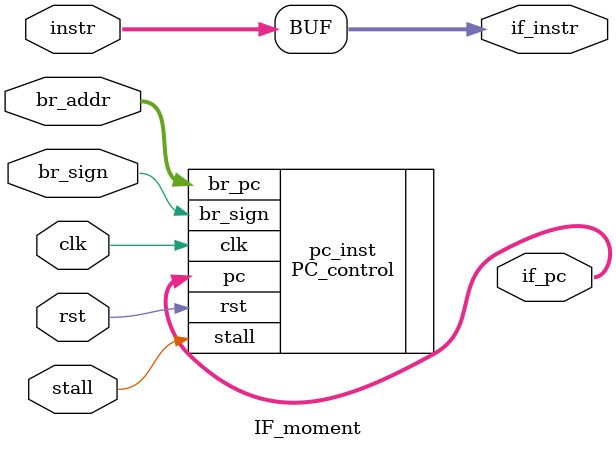
<source format=sv>

module IF_moment(
    input logic clk,
    input logic rst,
    input logic stall,
    input logic br_sign,
    input logic [31:0] br_addr,
    output logic [31:0] if_pc,
    input logic [31:0] instr,
    output logic [31:0] if_instr
);

PC_control pc_inst(
    .clk(clk)  ,
    .rst(rst),    
    .stall(stall),
    .br_sign(br_sign),
    .br_pc(br_addr),
    .pc(if_pc)
);

assign if_instr=instr;

endmodule

</source>
